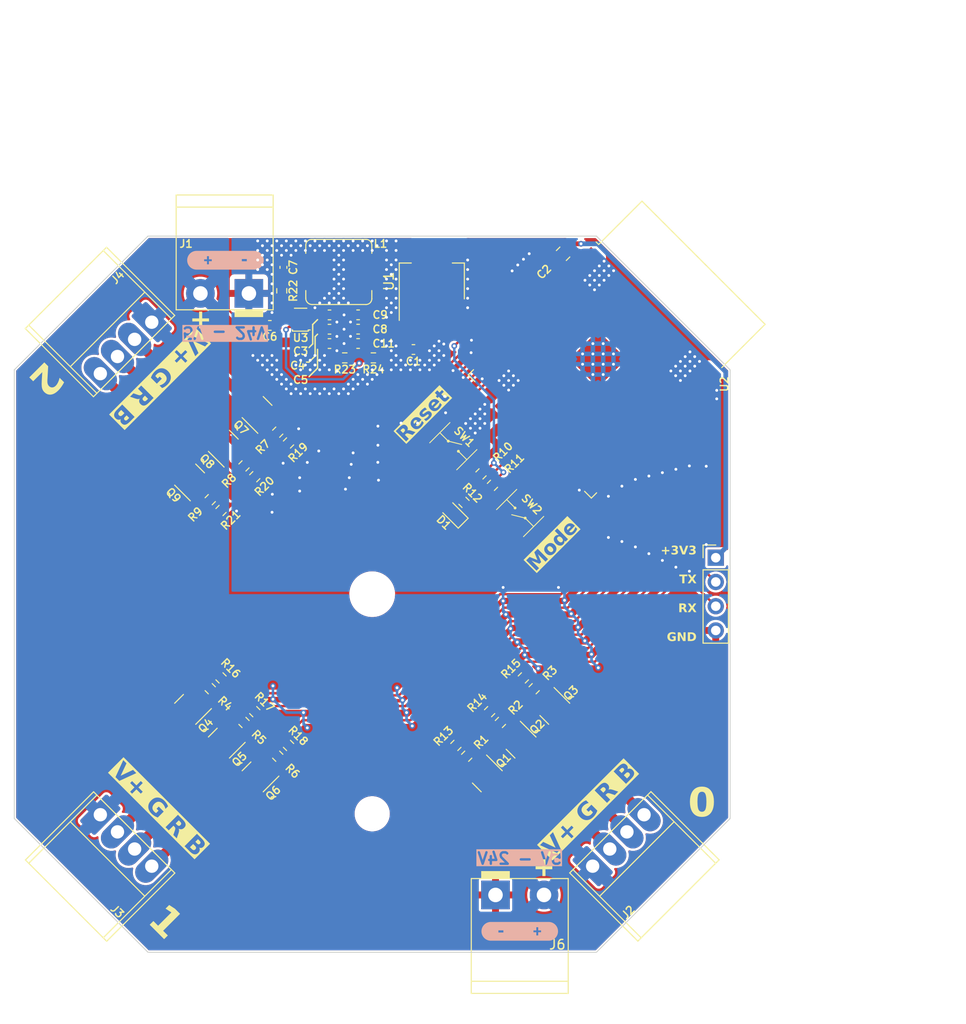
<source format=kicad_pcb>
(kicad_pcb (version 20240108) (generator "pcbnew") (generator_version "8.0")
  (title_block (comment 4 "PCBWay Project ID: e9f6238d-98d9-4db3-80f1-0186aa2e5226"))
  (layers (0 "F.Cu" signal) (31 "B.Cu" signal) (34 "B.Paste" user) (35 "F.Paste" user) (36 "B.SilkS" user "B.Silkscreen") (37 "F.SilkS" user "F.Silkscreen") (38 "B.Mask" user) (39 "F.Mask" user) (44 "Edge.Cuts" user))
  (net 0 "")
  (net 1 "VCC")
  (net 2 "GND")
  (net 3 "+3.3V")
  (net 4 "/ch0_2")
  (net 5 "/ch0_1")
  (net 6 "/ch0_0")
  (net 7 "/ch1_2")
  (net 8 "/ch1_1")
  (net 9 "/ch1_0")
  (net 10 "/ch2_2")
  (net 11 "/ch2_1")
  (net 12 "/ch2_0")
  (net 13 "Net-(D1-K)")
  (net 28 "LED")
  (net 29 "RX")
  (net 31 "TX")
  (net 32 "/EN")
  (net 33 "BOOT")
  (net 34 "Net-(Q1-G)")
  (net 35 "Net-(Q2-G)")
  (net 36 "Net-(Q3-G)")
  (net 37 "Net-(Q4-G)")
  (net 38 "Net-(Q5-G)")
  (net 39 "Net-(Q6-G)")
  (net 40 "Net-(Q7-G)")
  (net 41 "Net-(Q8-G)")
  (net 42 "Net-(Q9-G)")
  (net 43 "+5V")
  (net 49 "/ledc0")
  (net 50 "/ledc1")
  (net 51 "/ledc2")
  (net 52 "/ledc3")
  (net 53 "/ledc4")
  (net 54 "/ledc5")
  (net 55 "/ledc6")
  (net 56 "/ledc7")
  (net 57 "/ledc8")
  (net 60 "/SS")
  (net 61 "/BST_C")
  (net 62 "/SW")
  (net 63 "/BST")
  (net 64 "/FB")
  (footprint "Package_TO_SOT_SMD:SOT-23" (layer "F.Cu") (at 119.136076 112.065009 -45)
    (property "Reference" "Q3")
    (property "Value" "SSM3K329R")
  )
  (footprint "Resistor_SMD:R_0603_1608Metric" (layer "F.Cu") (at 83.029436 109.899496 135)
    (property "Reference" "R4")
    (property "Value" "100K")
  )
  (footprint "Connector_PinHeader_2.54mm:PinHeader_1x04_P2.54mm_Vertical" (layer "F.Cu") (at 135.999998 96.18)
    (property "Reference" "J5" (hide yes))
    (property "Value" "UART")
  )
  (footprint "Resistor_SMD:R_0603_1608Metric" (layer "F.Cu") (at 112.6 88.6 -135)
    (property "Reference" "R11")
    (property "Value" "10K")
  )
  (footprint "Resistor_SMD:R_0603_1608Metric" (layer "F.Cu") (at 90.100504 116.970562 135)
    (property "Reference" "R6")
    (property "Value" "100K")
  )
  (footprint "MountingHole:MountingHole_4.3mm_M4" (layer "F.Cu") (at 100 100 -45)
    (property "Reference" "H1" (hide yes))
    (property "Value" "M4")
  )
  (footprint "Resistor_SMD:R_0603_1608Metric" (layer "F.Cu") (at 87.696342 112.303658 -45)
    (property "Reference" "R17")
    (property "Value" "1K")
  )
  (footprint "Capacitor_SMD:C_0402_1005Metric" (layer "F.Cu") (at 90.7 65.77 90)
    (property "Reference" "C7")
    (property "Value" "0.1µF 25V X5R")
  )
  (footprint "RF_Module:ESP32-WROOM-32" (layer "F.Cu") (at 123.499999 76.499999 -45)
    (property "Reference" "U2")
    (property "Value" "ESP32-WROOM-32")
  )
  (footprint "Resistor_SMD:R_0603_1608Metric" (layer "F.Cu") (at 87.696342 87.696342 -135)
    (property "Reference" "R20")
    (property "Value" "1K")
  )
  (footprint "ENSADLED:PLUG_Terminal_01x04_2.54mm" (layer "F.Cu") (at 74.207441 125.792559 -45)
    (property "Reference" "J3")
    (property "Value" "STRIP_1")
  )
  (footprint "Resistor_SMD:R_0603_1608Metric" (layer "F.Cu") (at 86.56497 113.435028 135)
    (property "Reference" "R5")
    (property "Value" "100K")
  )
  (footprint "ENSADLED:PLUG_Terminal_01x04_2.54mm" (layer "F.Cu") (at 125.792559 125.792559 45)
    (property "Reference" "J2")
    (property "Value" "STRIP_0")
  )
  (footprint "ENSADLED:EVQQ2" (layer "F.Cu") (at 115.5 91.5 45)
    (property "Reference" "SW2")
    (property "Value" "SW_BOOT")
  )
  (footprint "Resistor_SMD:R_0603_1608Metric" (layer "F.Cu") (at 84.160808 108.768124 -45)
    (property "Reference" "R16")
    (property "Value" "1K")
  )
  (footprint "Resistor_SMD:R_0603_1608Metric" (layer "F.Cu") (at 90.525 68.223936 90)
    (property "Reference" "R22")
    (property "Value" "5R 5%")
  )
  (footprint "Package_TO_SOT_SMD:SOT-23" (layer "F.Cu") (at 112.065008 119.136077 -45)
    (property "Reference" "Q1")
    (property "Value" "SSM3K329R")
  )
  (footprint "Resistor_SMD:R_0603_1608Metric" (layer "F.Cu") (at 83.029436 90.100505 45)
    (property "Reference" "R9")
    (property "Value" "100K")
  )
  (footprint "ENSADLED:fiche_bornier-2_P5.08mm" (layer "F.Cu") (at 84.54 68.5 180)
    (property "Reference" "J1")
    (property "Value" "VIN")
  )
  (footprint "Package_TO_SOT_SMD:SOT-23" (layer "F.Cu") (at 80.863923 112.065009 -135)
    (property "Reference" "Q4")
    (property "Value" "SSM3K329R")
  )
  (footprint "LOGO" (layer "F.Cu") (at 72.33884 100.191818 -45)
    (property "Reference" "G***" (hide yes))
    (property "Value" "LOGO" (hide yes))
  )
  (footprint "Capacitor_SMD:C_0603_1608Metric" (layer "F.Cu") (at 98.525 73.743936 180)
    (property "Reference" "C11")
    (property "Value" "100nF 50V X7R")
  )
  (footprint "Package_TO_SOT_SMD:SOT-583-8" (layer "F.Cu") (at 92.5 71.25 180)
    (property "Reference" "U3")
    (property "Value" "TPS62933DRLR")
  )
  (footprint "ENSADLED:EVQQ2" (layer "F.Cu") (at 108.5 84.5 -135)
    (property "Reference" "SW1")
    (property "Value" "SW_RESET")
  )
  (footprint "Resistor_SMD:R_0603_1608Metric" (layer "F.Cu") (at 108.768123 115.839193 45)
    (property "Reference" "R13")
    (property "Value" "1K")
  )
  (footprint "Package_TO_SOT_SMD:SOT-223-3_TabPin2" (layer "F.Cu") (at 106.245 67.225 90)
    (property "Reference" "U1")
    (property "Value" "LDL1117-3.3")
  )
  (footprint "ENSADLED:fiche_bornier-2_P5.08mm" (layer "F.Cu") (at 115.46 131.5)
    (property "Reference" "J6")
    (property "Value" "VIN")
  )
  (footprint "Capacitor_SMD:C_0603_1608Metric" (layer "F.Cu") (at 98.525 70.743936 180)
    (property "Reference" "C9")
    (property "Value" "22µF 10V X5R")
  )
  (footprint "Resistor_SMD:R_0603_1608Metric" (layer "F.Cu") (at 91.231876 84.160808 -135)
    (property "Reference" "R19")
    (property "Value" "1K")
  )
  (footprint "Capacitor_SMD:C_0603_1608Metric" (layer "F.Cu") (at 98.525 72.243936 180)
    (property "Reference" "C8")
    (property "Value" "22µF 10V X5R")
  )
  (footprint "Resistor_SMD:R_0603_1608Metric" (layer "F.Cu") (at 116.970561 109.899495 -135)
    (property "Reference" "R3")
    (property "Value" "100K")
  )
  (footprint "MountingHole:MountingHole_3.2mm_M3" (layer "F.Cu") (at 100 123)
    (property "Reference" "H2" (hide yes))
    (property "Value" "PEG" (hide yes))
  )
  (footprint "Resistor_SMD:R_0603_1608Metric" (layer "F.Cu") (at 86.56497 86.564971 45)
    (property "Reference" "R8")
    (property "Value" "100K")
  )
  (footprint "Capacitor_SMD:C_0603_1608Metric" (layer "F.Cu") (at 95.525 73.75)
    (property "Reference" "C5")
    (property "Value" "100nF 50V X7R")
  )
  (footprint "Capacitor_SMD:C_0603_1608Metric" (layer "F.Cu") (at 104.32 74.375)
    (property "Reference" "C1")
    (property "Value" "1µF 5V")
  )
  (footprint "Resistor_SMD:R_0603_1608Metric" (layer "F.Cu") (at 112.303658 112.303658 45)
    (property "Reference" "R14")
    (property "Value" "1K")
  )
  (footprint "Resistor_SMD:R_0603_1608Metric" (layer "F.Cu") (at 90.100504 83.029437 45)
    (property "Reference" "R7")
    (property "Value" "100K")
  )
  (footprint "Resistor_SMD:R_0603_1608Metric" (layer "F.Cu") (at 100.125 75.25)
    (property "Reference" "R24")
    (property "Value" "52.3K 1%")
  )
  (footprint "Resistor_SMD:R_0603_1608Metric" (layer "F.Cu") (at 109.616651 90.383347 135)
    (property "Reference" "R12")
    (property "Value" "1K")
  )
  (footprint "Package_TO_SOT_SMD:SOT-23" (layer "F.Cu") (at 87.93499 80.863923 135)
    (property "Reference" "Q7")
    (property "Value" "SSM3K329R")
  )
  (footprint "Resistor_SMD:R_0603_1608Metric" (layer "F.Cu") (at 97.125 75.25 180)
    (property "Reference" "R23")
    (property "Value" "10K 1%")
  )
  (footprint "Capacitor_SMD:C_0603_1608Metric" (layer "F.Cu") (at 89.275 71.85 180)
    (property "Reference" "C6")
    (property "Value" "33nF 50V X7R")
  )
  (footprint "Package_TO_SOT_SMD:SOT-23" (layer "F.Cu") (at 87.93499 119.136076 -135)
    (property "Reference" "Q6")
    (property "Value" "SSM3K329R")
  )
  (footprint "Package_TO_SOT_SMD:SOT-23" (layer "F.Cu") (at 80.863922 87.934991 135)
    (property "Reference" "Q9")
    (property "Value" "SSM3K329R")
  )
  (footprint "Resistor_SMD:R_0603_1608Metric" (layer "F.Cu") (at 91.231876 115.839193 -45)
    (property "Reference" "R18")
    (property "Value" "1K")
  )
  (footprint "Resistor_SMD:R_0603_1608Metric" (layer "F.Cu") (at 115.83919 108.768124 45)
    (property "Reference" "R15")
    (property "Value" "1K")
  )
  (footprint "Package_TO_SOT_SMD:SOT-23" (layer "F.Cu") (at 84.399456 84.399457 135)
    (property "Reference" "Q8")
    (property "Value" "SSM3K329R")
  )
  (footprint "Resistor_SMD:R_0603_1608Metric" (layer "F.Cu") (at 113.435028 113.435028 -135)
    (property "Reference" "R2")
    (property "Value" "100K")
  )
  (footprint "ENSADLED:PLUG_Terminal_01x04_2.54mm" (layer "F.Cu") (at 74.207441 74.207441 -135)
    (property "Reference" "J4")
    (property "Value" "STRIP_2")
  )
  (footprint "Resistor_SMD:R_0603_1608Metric" (layer "F.Cu") (at 111.4 87.4 -135)
    (property "Reference" "R10")
    (property "Value" "10K")
  )
  (footprint "Resistor_SMD:R_0603_1608Metric" (layer "F.Cu") (at 109.899494 116.970562 -135)
    (property "Reference" "R1")
    (property "Value" "100K")
  )
  (footprint "Capacitor_SMD:C_0603_1608Metric" (layer "F.Cu") (at 95.525 70.75)
    (property "Reference" "C3")
    (property "Value" "10µF 35V X5R")
  )
  (footprint "Resistor_SMD:R_0603_1608Metric" (layer "F.Cu") (at 84.160807 91.231877 -135)
    (property "Reference" "R21")
    (property "Value" "1K")
  )
  (footprint "Package_TO_SOT_SMD:SOT-23" (layer "F.Cu") (at 115.600542 115.600543 -45)
    (property "Reference" "Q2")
    (property "Value" "SSM3K329R")
  )
  (footprint "Inductor_SMD:L_Bourns_SRP7028A_7.3x6.6mm" (layer "F.Cu") (at 96.5 66.25)
    (property "Reference" "L1")
    (property "Value" "6.8µH")
  )
  (footprint "LED_SMD:LED_0603_1608Metric" (layer "F.Cu") (at 108.485281 91.514719 135)
    (property "Reference" "D1")
    (property "Value" "USER LED BLUE")
  )
  (footprint "Package_TO_SOT_SMD:SOT-23" (layer "F.Cu") (at 84.399456 115.600542 -135)
    (property "Reference" "Q5")
    (property "Value" "SSM3K329R")
  )
  (footprint "Capacitor_SMD:C_0805_2012Metric" (layer "F.Cu") (at 120.001751 64.348249 45)
    (property "Reference" "C2")
    (property "Value" "22µF")
  )
  (footprint "Capacitor_SMD:C_0603_1608Metric" (layer "F.Cu") (at 95.525 72.25)
    (property "Reference" "C4")
    (property "Value" "10µF 35V X5R")
  )
  (footprint "kibuzzard-63B86E3D" (layer "B.Cu") (at 84.625 65.025)
    (property "Reference" "kibuzzard-63B86E3D" (hide yes))
    (property "Value" "G***" (hide yes))
  )
  (footprint "kibuzzard-63B86E3D" (layer "B.Cu") (at 115.46 135.31 180)
    (property "Reference" "kibuzzard-63B86E3D" (hide yes))
    (property "Value" "G***" (hide yes))
  )
  (gr_line (start 93.764 71.755) (end 94.272 71.247) (stroke (width 0.15)) (layer "F.SilkS"))
  (gr_line (start 94.018 75.057) (end 94.018 73.025) (stroke (width 0.15)) (layer "F.SilkS"))
  (gr_line (start 93.383 75.692) (end 93.115 75.693936) (stroke (width 0.15)) (layer "F.SilkS"))
  (gr_line (start 93.383 77.216) (end 94.272 76.327) (stroke (width 0.15)) (layer "F.SilkS"))
  (gr_line (start 93.764 73.787) (end 93.764 71.755) (stroke (width 0.15)) (layer "F.SilkS"))
  (gr_poly (pts (xy 114.42 129.799999) (xy 111.42 129.8) (xy 111.42 129) (xy 114.42 129)) (fill solid) (layer "F.SilkS"))
  (gr_line (start 93.383 75.692) (end 94.018 75.057) (stroke (width 0.15)) (layer "F.SilkS"))
  (gr_line (start 94.272 76.327) (end 94.272 74.3585) (stroke (width 0.15)) (layer "F.SilkS"))
  (gr_line (start 94.018 73.025) (end 94.272 72.771) (stroke (width 0.15)) (layer "F.SilkS"))
  (gr_rect (start 85.575 70.175) (end 88.575 70.975) (fill solid) (layer "F.SilkS"))
  (gr_line (start 93.383 74.168) (end 93.764 73.787) (stroke (width 0.15)) (layer "F.SilkS"))
  (gr_line (start 94.272 76.327) (end 94.272 76.327) (stroke (width 0.15)) (layer "F.SilkS"))
  (gr_line (start 123.499999 62.499999) (end 76.499998 62.5) (stroke (width 0.1)) (layer "Edge.Cuts"))
  (gr_line (start 76.499998 62.5) (end 62.499999 76.499999) (stroke (width 0.1)) (layer "Edge.Cuts"))
  (gr_line (start 137.499999 76.499999) (end 123.499999 62.499999) (stroke (width 0.1)) (layer "Edge.Cuts"))
  (gr_line (start 76.499998 137.5) (end 123.499999 137.5) (stroke (width 0.1)) (layer "Edge.Cuts"))
  (gr_line (start 62.499998 123.5) (end 76.499998 137.5) (stroke (width 0.1)) (layer "Edge.Cuts"))
  (gr_line (start 62.499999 76.499999) (end 62.499998 123.5) (stroke (width 0.1)) (layer "Edge.Cuts"))
  (gr_line (start 137.499999 123.5) (end 137.499999 76.499999) (stroke (width 0.1)) (layer "Edge.Cuts"))
  (gr_line (start 123.499999 137.5) (end 137.499999 123.5) (stroke (width 0.1)) (layer "Edge.Cuts"))
  (gr_text "202309" (at 106.999998 133.8 0) (layer "F.Cu") (effects (font (size 1 1) (thickness 0.19) (bold yes)) (justify right)))
  (gr_text "5V - 24V" (at 84.54 72.6 180) (layer "B.SilkS" knockout) (effects (font (size 1.2 1.2) (thickness 0.25) (bold yes)) (justify mirror)))
  (gr_text "5V - 24V" (at 115.46 127.69 0) (layer "B.SilkS" knockout) (effects (font (size 1.2 1.2) (thickness 0.25) (bold yes)) (justify mirror)))
  (gr_text "V+ G R B" (at 77.6 122.6 315) (layer "F.SilkS" knockout) (effects (font (size 1.8 1.8) (thickness 0.36) (bold yes))))
  (gr_text "+3V3\n\nTX\n\nRX\n\nGND" (at 133.999998 100.000001 0) (layer "F.SilkS") (effects (font (size 0.9 0.9) (thickness 0.16) (bold yes)) (justify right)))
  (gr_text "V+ G R B" (at 122.8 122.6 45) (layer "F.SilkS" knockout) (effects (font (size 1.8 1.8) (thickness 0.36) (bold yes))))
  (gr_text "0" (at 134.55 122.025 0) (layer "F.SilkS") (effects (font (size 3 3) (thickness 0.6) (bold yes))))
  (gr_text "Mode" (at 118.925 94.95 45) (layer "F.SilkS" knockout) (effects (font (size 1.5 1.5) (thickness 0.2) (bold yes))))
  (gr_text "V+ G R B" (at 77.6 77.4 -135) (layer "F.SilkS" knockout) (effects (font (size 1.8 1.8) (thickness 0.36) (bold yes))))
  (gr_text "+" (at 117.995 128.6 180) (layer "F.SilkS") (effects (font (size 2 2) (thickness 0.2) (bold yes))))
  (gr_text "+" (at 82.025 71.325 0) (layer "F.SilkS") (effects (font (size 2 2) (thickness 0.2) (bold yes))))
  (gr_text "Reset" (at 105.35 81.325 45) (layer "F.SilkS" knockout) (effects (font (size 1.5 1.5) (thickness 0.2) (bold yes))))
  (gr_text "2" (at 65.725 77.4 -135) (layer "F.SilkS") (effects (font (size 3 3) (thickness 0.6) (bold yes))))
  (gr_text "1" (at 78.25 134.425 -45) (layer "F.SilkS") (effects (font (size 3 3) (thickness 0.6) (bold yes))))
  (segment (start 87.125736 73.625736) (end 94.625736 73.625736) (width 1) (layer "F.Cu") (net 1))
  (segment (start 82 68.5) (end 87.125736 73.625736) (width 1) (layer "F.Cu") (net 1))
  (segment (start 88.5 71.85) (end 87.08 71.85) (width 0.25) (layer "F.Cu") (net 2))
  (segment (start 87.08 71.85) (end 87.08 68.5) (width 0.25) (layer "F.Cu") (net 2))
  (via (at 102 76.5) (size 0.6) (drill 0.3) (layers "F.Cu" "B.Cu") (net 2))
  (via (at 97 78.5) (size 0.6) (drill 0.3) (layers "F.Cu" "B.Cu") (net 2))
  (via (at 95.5 69.5) (size 0.6) (drill 0.3) (layers "F.Cu" "B.Cu") (net 2))
  (via (at 102 75.5) (size 0.6) (drill 0.3) (layers "F.Cu" "B.Cu") (net 2))
  (via (at 97.5 63.5) (size 0.6) (drill 0.3) (layers "F.Cu" "B.Cu") (net 2))
  (via (at 102.5 75) (size 0.6) (drill 0.3) (layers "F.Cu" "B.Cu") (net 2))
  (via (at 106.5 75) (size 0.6) (drill 0.3) (layers "F.Cu" "B.Cu") (net 2))
  (via (at 107.5 73.8) (size 0.6) (drill 0.3) (layers "F.Cu" "B.Cu") (net 2))
  (via (at 111.795 80.12) (size 0.6) (drill 0.3) (layers "F.Cu" "B.Cu") (net 2))
  (via (at 95.5 79) (size 0.6) (drill 0.3) (layers "F.Cu" "B.Cu") (net 2))
  (via (at 100.59 86.19) (size 0.6) (drill 0.3) (layers "F.Cu" "B.Cu") (net 2))
  (via (at 100.66 88.06) (size 0.6) (drill 0.3) (layers "F.Cu" "B.Cu") (net 2))
  (via (at 100.5 63.5) (size 0.6) (drill 0.3) (layers "F.Cu" "B.Cu") (net 2))
  (via (at 104.2 113.8) (size 0.6) (drill 0.3) (layers "F.Cu" "B.Cu") (net 2))
  (via (at 115.85 64.92) (size 0.6) (drill 0.3) (layers "F.Cu" "B.Cu") (net 2))
  (via (at 124.748736 89.746951) (size 0.6) (drill 0.3) (layers "F.Cu" "B.Cu") (net 2))
  (via (at 88 65) (size 0.6) (drill 0.3) (layers "F.Cu" "B.Cu") (net 2))
  (via (at 89 76.5) (size 0.6) (drill 0.3) (layers "F.Cu" "B.Cu") (net 2))
  (via (at 109.795 82.12) (size 0.6) (drill 0.3) (layers "F.Cu" "B.Cu") (net 2))
  (via (at 132.795 75.12) (size 0.6) (drill 0.3) (layers "F.Cu" "B.Cu") (net 2))
  (via (at 114.295 76.62) (size 0.6) (drill 0.3) (layers "F.Cu" "B.Cu") (net 2))
  (via (at 101 73.5) (size 0.6) (drill 0.3) (layers "F.Cu" "B.Cu") (net 2))
  (via (at 93 64) (size 0.6) (drill 0.3) (layers "F.Cu" "B.Cu") (net 2))
  (via (at 101.5 65) (size 0.6) (drill 0.3) (layers "F.Cu" "B.Cu") (net 2))
  (via (at 98.5 63.5) (size 0.6) (drill 0.3) (layers "F.Cu" "B.Cu") (net 2))
  (via (at 110.4 73.4) (size 0.6) (drill 0.3) (layers "F.Cu" "B.Cu") (net 2))
  (via (at 103.6 112.4) (size 0.6) (drill 0.3) (layers "F.Cu" "B.Cu") (net 2))
  (via (at 97.6 87.8) (size 0.6) (drill 0.3) (layers "F.Cu" "B.Cu") (net 2))
  (via (at 110.295 82.62) (size 0.6) (drill 0.3) (layers "F.Cu" "B.Cu") (net 2))
  (via (at 94.5 75.5) (size 0.6) (drill 0.3) (layers "F.Cu" "B.Cu") (net 2))
  (via (at 89.5 76) (size 0.6) (drill 0.3) (layers "F.Cu" "B.Cu") (net 2))
  (via (at 92.4 87.8) (size 0.6) (drill 0.3) (layers "F.Cu" "B.Cu") (net 2))
  (via (at 124.295 67.12) (size 0.6) (drill 0.3) (layers "F.Cu" "B.Cu") (net 2))
  (via (at 111.795 82.12) (size 0.6) (drill 0.3) (layers "F.Cu" "B.Cu") (net 2))
  (via (at 110.795 82.12) (size 0.6) (drill 0.3) (layers "F.Cu" "B.Cu") (net 2))
  (via (at 126.162951 94.484567) (size 0.6) (drill 0.3) (layers "F.Cu" "B.Cu") (net 2))
  (via (at 133.295 75.62) (size 0.6) (drill 0.3) (layers "F.Cu" "B.Cu") (net 2))
  (via (at 101.5 68) (size 0.6) (drill 0.3) (layers "F.Cu" "B.Cu") (net 2))
  (via (at 97.5 69.5) (size 0.6) (drill 0.3) (layers "F.Cu" "B.Cu") (net 2))
  (via (at 92 75) (size 0.6) (drill 0.3) (layers "F.Cu" "B.Cu") (net 2))
  (via (at 96 67) (size 0.6) (drill 0.3) (layers "F.Cu" "B.Cu") (net 2))
  (via (at 134.999999 86.6) (size 0.6) (drill 0.3) (layers "F.Cu" "B.Cu") (net 2))
  (via (at 114.495688 103.606244) (size 0.6) (drill 0.3) (layers "F.Cu" "B.Cu") (net 2))
  (via (at 89 66) (size 0.6) (drill 0.3) (layers "F.Cu" "B.Cu") (net 2))
  (via (at 110.295 81.62) (size 0.6) (drill 0.3) (layers "F.Cu" "B.Cu") (net 2))
  (via (at 130.40559 87.272078) (size 0.6) (drill 0.3) (layers "F.Cu" "B.Cu") (net 2))
  (via (at 95 69) (size 0.6) (drill 0.3) (layers "F.Cu" "B.Cu") (net 2))
  (via (at 92.5 75.5) (size 0.6) (drill 0.3) (layers "F.Cu" "B.Cu") (net 2))
  (via (at 136.1 79.54) (size 0.6) (drill 0.3) (layers "F.Cu" "B.Cu") (net 2))
  (via (at 100 63) (size 0.6) (drill 0.3) (layers "F.Cu" "B.Cu") (net 2))
  (via (at 111.295 82.62) (size 0.6) (drill 0.3) (layers "F.Cu" "B.Cu") (net 2))
  (via (at 95.5 63.5) (size 0.6) (drill 0.3) (layers "F.Cu" "B.Cu") (net 2))
  (via (at 132.295 76.62) (size 0.6) (drill 0.3) (layers "F.Cu" "B.Cu") (net 2))
  (via (at 131.295 76.62) (size 0.6) (drill 0.3) (layers "F.Cu" "B.Cu") (net 2))
  (via (at 99.5 78) (size 0.6) (drill 0.3) (layers "F.Cu" "B.Cu") (net 2))
  (via (at 120.152542 100.636396) (size 0.6) (drill 0.3) (layers "F.Cu" "B.Cu") (net 2))
  (via (at 97.05 73.75) (size 0.6) (drill 0.3) (layers "F.Cu" "B.Cu") (net 2))
  (via (at 94 64) (size 0.6) (drill 0.3) (layers "F.Cu" "B.Cu") (net 2))
  (via (at 89 63) (size 0.6) (drill 0.3) (layers "F.Cu" "B.Cu") (net 2))
  (via (at 96.5 68.5) (size 0.6) (drill 0.3) (layers "F.Cu" "B.Cu") (net 2))
  (via (at 102.5 68) (size 0.6) (drill 0.3) (layers "F.Cu" "B.Cu") (net 2))
  (via (at 102.5 66) (size 0.6) (drill 0.3) (layers "F.Cu" "B.Cu") (net 2))
  (via (at 98 78.5) (size 0.6) (drill 0.3) (layers "F.Cu" "B.Cu") (net 2))
  (via (at 115.295 77.62) (size 0.6) (drill 0.3) (layers "F.Cu" "B.Cu") (net 2))
  (via (at 102.5 64) (size 0.6) (drill 0.3) (layers "F.Cu" "B.Cu") (net 2))
  (via (at 93.5 79) (size 0.6) (drill 0.3) (layers "F.Cu" "B.Cu") (net 2))
  (via (at 104 75.5) (size 0.6) (drill 0.3) (layers "F.Cu" "B.Cu") (net 2))
  (via (at 124.795 65.62) (size 0.6) (drill 0.3) (layers "F.Cu" "B.Cu") (net 2))
  (via (at 94 78.5) (size 0.6) (drill 0.3) (layers "F.Cu" "B.Cu") (net 2))
  (via (at 111.525 77.443936) (size 0.6) (drill 0.3) (layers "F.Cu" "B.Cu") (net 2))
  (via (at 123.795 66.62) (size 0.6) (drill 0.3) (layers "F.Cu" "B.Cu") (net 2))
  (via (at 90 77.5) (size 0.6) (drill 0.3) (layers "F.Cu" "B.Cu") (net 2))
  (via (at 114.000713 102.12132) (size 0.6) (drill 0.3) (layers "F.Cu" "B.Cu") (net 2))
  (via (at 94 75) (size 0.6) (drill 0.3) (layers "F.Cu" "B.Cu") (net 2))
  (via (at 97 69) (size 0.6) (drill 0.3) (layers "F.Cu" "B.Cu") (net 2))
  (via (at 96.5 63.5) (size 0.6) (drill 0.3) (layers "F.Cu" "B.Cu") (net 2))
  (via (at 89.505 91.42) (size 0.6) (drill 0.3) (layers "F.Cu" "B.Cu") (net 2))
  (via (at 132.295 75.62) (size 0.6) (drill 0.3) (layers "F.Cu" "B.Cu") (net 2))
  (via (at 94.5 69.5) (size 0.6) (drill 0.3) (layers "F.Cu" "B.Cu") (net 2))
  (via (at 88.5 65.5) (size 0.6) (drill 0.3) (layers "F.Cu" "B.Cu") (net 2))
  (via (at 106.5 74) (size 0.6) (drill 0.3) (layers "F.Cu" "B.Cu") (net 2))
  (via (at 95.5 76.5) (size 0.6) (drill 0.3) (layers "F.Cu" "B.Cu") (net 2))
  (via (at 115.980612 106.363962) (size 0.6) (drill 0.3) (layers "F.Cu" "B.Cu") (net 2))
  (via (at 101 76.5) (size 0.6) (drill 0.3) (layers "F.Cu" "B.Cu") (net 2))
  (via (at 89.5 63.5) (size 0.6) (drill 0.3) (layers "F.Cu" "B.Cu") (net 2))
  (via (at 115.25 65.52) (size 0.6) (drill 0.3) (layers "F.Cu" "B.Cu") (net 2))
  (via (at 111.295 80.62) (size 0.6) (drill 0.3) (layers "F.Cu" "B.Cu") (net 2))
  (via (at 95 63) (size 0.6) (drill 0.3) (layers "F.Cu" "B.Cu") (net 2))
  (via (at 102.5 67) (size 0.6) (drill 0.3) (layers "F.Cu" "B.Cu") (net 2))
  (via (at 99.5 77) (size 0.6) (drill 0.3) (layers "F.Cu" "B.Cu") (net 2))
  (via (at 126.16295 88.686291) (size 0.6) (drill 0.3) (layers "F.Cu" "B.Cu") (net 2))
  (via (at 102.5 63) (size 0.6) (drill 0.3) (layers "F.Cu" "B.Cu") (net 2))
  (via (at 88.5 64.5) (size 0.6) (drill 0.3) (layers "F.Cu" "B.Cu") (net 2))
  (via (at 88 64) (size 0.6) (drill 0.3) (layers "F.Cu" "B.Cu") (net 2))
  (via (at 106.5 76) (size 0.6) (drill 0.3) (layers "F.Cu" "B.Cu") (net 2))
  (via (at 101.5 66) (size 0.6) (drill 0.3) (layers "F.Cu" "B.Cu") (net 2))
  (via (at 132.795 77.12) (size 0.6) (drill 0.3) (layers "F.Cu" "B.Cu") (net 2))
  (via (at 94.5 79) (size 0.6) (drill 0.3) (layers "F.Cu" "B.Cu") (net 2))
  (via (at 93 75) (size 0.6) (drill 0.3) (layers "F.Cu" "B.Cu") (net 2))
  (via (at 92.8 112.4) (size 0.6) (drill 0.3) (layers "F.Cu" "B.Cu") (net 2))
  (via (at 99 63) (size 0.6) (drill 0.3) (layers "F.Cu" "B.Cu") (net 2))
  (via (at 100.5 77) (size 0.6) (drill 0.3) (layers "F.Cu" "B.Cu") (net 2))
  (via (at 105 75.5) (size 0.6) (drill 0.3) (layers "F.Cu" "B.Cu") (net 2))
  (via (at 109.53488 77.301942) (size 0.6) (drill 0.3) (layers "F.Cu" "B.Cu") (net 2))
  (via (at 91.5 63.5) (size 0.6) (drill 0.3) (layers "F.Cu" "B.Cu") (net 2))
  (via (at 93.2 86.2) (size 0.6) (drill 0.3) (layers "F.Cu" "B.Cu") (net 2))
  (via (at 93 78.5) (size 0.6) (drill 0.3) (layers "F.Cu" "B.Cu") (net 2))
  (via (at 92.5 63.5) (size 0.6) (drill 0.3) (layers "F.Cu" "B.Cu") (net 2))
  (via (at 90.66619 86.282129) (size 0.6) (drill 0.3) (layers "F.Cu" "B.Cu") (net 2))
  (via (at 96.5 79) (size 0.6) (drill 0.3) (layers "F.Cu" "B.Cu") (net 2))
  (via (at 85.785 91.29) (size 0.6) (drill 0.3) (layers "F.Cu" "B.Cu") (net 2))
  (via (at 136.1 78.65) (size 0.6) (drill 0.3) (layers "F.Cu" "B.Cu") (net 2))
  (via (at 101.5 71) (size 0.6) (drill 0.3) (layers "F.Cu" "B.Cu") (net 2))
  (via (at 124.295 66.12) (size 0.6) (drill 0.3) (layers "F.Cu" "B.Cu") (net 2))
  (via (at 111.795 81.12) (size 0.6) (drill 0.3) (layers "F.Cu" "B.Cu") (net 2))
  (via (at 92.5 79) (size 0.6) (drill 0.3) (layers "F.Cu" "B.Cu") (net 2))
  (via (at 104 76.5) (size 0.6) (drill 0.3) (layers "F.Cu" "B.Cu") (net 2))
  (via (at 90 64) (size 0.6) (drill 0.3) (layers "F.Cu" "B.Cu") (net 2))
  (via (at 122.795 67.62) (size 0.6) (drill 0.3) (layers "F.Cu" "B.Cu") (net 2))
  (via (at 107.5 75) (size 0.6) (drill 0.3) (layers "F.Cu" "B.Cu") (net 2))
  (via (at 123.795 65.62) (size 0.6) (drill 0.3) (layers "F.Cu" "B.Cu") (net 2))
  (via (at 114.795 77.12) (size 0.6) (drill 0.3) (layers "F.Cu" "B.Cu") (net 2))
  (via (at 133.234017 86.564971) (size 0.6) (drill 0.3) (layers "F.Cu" "B.Cu") (net 2))
  (via (at 90 76.5) (size 0.6) (drill 0.3) (layers "F.Cu" "B.Cu") (net 2))
  (via (at 102 66.5) (size 0.6) (drill 0.3) (layers "F.Cu" "B.Cu") (net 2))
  (via (at 88.5 76) (size 0.6) (drill 0.3) (layers "F.Cu" "B.Cu") (net 2))
  (via (at 123.295 66.12) (size 0.6) (drill 0.3) (layers "F.Cu" "B.Cu") (net 2))
  (via (at 88 66) (size 0.6) (drill 0.3) (layers "F.Cu" "B.Cu") (net 2))
  (via (at 97 67) (size 0.6) (drill 0.3) (layers "F.Cu" "B.Cu") (net 2))
  (via (at 100.6 84.4) (size 0.6) (drill 0.3) (layers "F.Cu" "B.Cu") (net 2))
  (via (at 127.577164 87.979185) (size 0.6) (drill 0.3) (layers "F.Cu" "B.Cu") (net 2))
  (via (at 99 64) (size 0.6) (drill 0.3) (layers "F.Cu" "B.Cu") (net 2))
  (via (at 95 75) (size 0.6) (drill 0.3) (layers "F.Cu" "B.Cu") (net 2))
  (via (at 93.5 75.5) (size 0.6) (drill 0.3) (layers "F.Cu" "B.Cu") (net 2))
  (via (at 102.6 109.8) (size 0.6) (drill 0.3) (layers "F.Cu" "B.Cu") (net 2))
  (via (at 105 76.5) (size 0.6) (drill 0.3) (layers "F.Cu" "B.Cu") (net 2))
  (via (at 89.5 75) (size 0.6) (drill 0.3) (layers "F.Cu" "B.Cu") (net 2))
  (via (at 106 74.5) (size 0.6) (drill 0.3) (layers "F.Cu" "B.Cu") (net 2))
  (via (at 97 68) (size 0.6) (drill 0.3) (layers "F.Cu" "B.Cu") (net 2))
  (via (at 106 75.5) (size 0.6) (drill 0.3) (layers "F.Cu" "B.Cu") (net 2))
  (via (at 123.688076 107.707465) (size 0.6) (drill 0.3) (layers "F.Cu" "B.Cu") (net 2))
  (via (at 114.795 78.12) (size 0.6) (drill 0.3) (layers "F.Cu" "B.Cu") (net 2))
  (via (at 102.5 74) (size 0.6) (drill 0.3) (layers "F.Cu" "B.Cu") (net 2))
  (via (at 102 69.5) (size 0.6) (drill 0.3) (layers "F.Cu" "B.Cu") (net 2))
  (via (at 95 76) (size 0.6) (drill 0.3) (layers "F.Cu" "B.Cu") (net 2))
  (via (at 96.5 69.5) (size 0.6) (drill 0.3) (layers "F.Cu" "B.Cu") (net 2))
  (via (at 130.40559 96.464466) (size 0.6) (drill 0.3) (layers "F.Cu" "B.Cu") (net 2))
  (via (at 94.5 63.5) (size 0.6) (drill 0.3) (layers "F.Cu" "B.Cu") (net 2))
  (via (at 98 64) (size 0.6) (drill 0.3) (layers "F.Cu" "B.Cu") (net 2))
  (via (at 100.6 82.4) (size 0.6) (drill 0.3) (layers "F.Cu" "B.Cu") (net 2))
  (via (at 91 63) (size 0.6) (drill 0.3) (layers "F.Cu" "B.Cu") (net 2))
  (via (at 93.2 114) (size 0.6) (drill 0.3) (layers "F.Cu" "B.Cu") (net 2))
  (via (at 104.75 82.08) (size 0.6) (drill 0.3) (layers "F.Cu" "B.Cu") (net 2))
  (via (at 91.5 78) (size 0.6) (drill 0.3) (layers "F.Cu" "B.Cu") (net 2))
  (via (at 103 76.5) (size 0.6) (drill 0.3) (layers "F.Cu" "B.Cu") (net 2))
  (via (at 110 65) (size 0.6) (drill 0.3) (layers "F.Cu" "B.Cu") (net 2))
  (via (at 106 76.5) (size 0.6) (drill 0.3) (layers "F.Cu" "B.Cu") (net 2))
  (via (at 93 63) (size 0.6) (drill 0.3) (layers "F.Cu" "B.Cu") (net 2))
  (via (at 131.819804 86.918524) (size 0.6) (drill 0.3) (layers "F.Cu" "B.Cu") (net 2))
  (via (at 111.295 81.62) (size 0.6) (drill 0.3) (layers "F.Cu" "B.Cu") (net 2))
  (via (at 122.295 67.12) (size 0.6) (drill 0.3) (layers "F.Cu" "B.Cu") (net 2))
  (via (at 89.5 77) (size 0.6) (drill 0.3) (layers "F.Cu" "B.Cu") (net 2))
  (via (at 110.795 81.12) (size 0.6) (drill 0.3) (layers "F.Cu" "B.Cu") (net 2))
  (via (at 131.819804 97.171574) (size 0.6) (drill 0.3) (layers "F.Cu" "B.Cu") (net 2))
  (via (at 110 66) (size 0.6) (drill 0.3) (layers "F.Cu" "B.Cu") (net 2))
  (via (at 97 63) (size 0.6) (drill 0.3) (layers "F.Cu" "B.Cu") (net 2))
  (via (at 108.47 76.58) (size 0.6) (drill 0.3) (layers "F.Cu" "B.Cu") (net 2))
  (via (at 97 65) (size 0.6) (drill 0.3) (layers "F.Cu" "B.Cu") (net 2))
  (via (at 110 70) (size 0.6) (drill 0.3) (layers "F.Cu" "B.Cu") (net 2))
  (via (at 88.5 75) (size 0.6) (drill 0.3) (layers "F.Cu" "B.Cu") (net 2))
  (via (at 89.5 68.5) (size 0.6) (drill 0.3) (layers "F.Cu" "B.Cu") (net 2))
  (via (at 87.5 75) (size 0.6) (drill 0.3) (layers "F.Cu" "B.Cu") (net 2))
  (via (at 102 65.5) (size 0.6) (drill 0.3) (layers "F.Cu" "B.Cu") (net 2))
  (via (at 116.45 64.34) (size 0.6) (drill 0.3) (layers "F.Cu" "B.Cu") (net 2))
  (via (at 101.5 74) (size 0.6) (drill 0.3) (layers "F.Cu" "B.Cu") (net 2))
  (via (at 110 69) (size 0.6) (drill 0.3) (layers "F.Cu" "B.Cu") (net 2))
  (via (at 102.5 65) (size 0.6) (drill 0.3) (layers "F.Cu" "B.Cu") (net 2))
  (via (at 113.717871 100.707106) (size 0.6) (drill 0.3) (layers "F.Cu" "B.Cu") (net 2))
  (via (at 96 68) (size 0.6) (drill 0.3) (layers "F.Cu" "B.Cu") (net 2))
  (via (at 107 74.5) (size 0.6) (drill 0.3) (layers "F.Cu" "B.Cu") (net 2))
  (via (at 123.295 68.12) (size 0.6) (drill 0.3) (layers "F.Cu" "B.Cu") (net 2))
  (via (at 90 63) (size 0.6) (drill 0.3) (layers "F.Cu" "B.Cu") (net 2))
  (via (at 92 63) (size 0.6) (drill 0.3) (layers "F.Cu" "B.Cu") (net 2))
  (via (at 89.5 64.5) (size 0.6) (drill 0.3) (layers "F.Cu" "B.Cu") (net 2))
  (via (at 97.2 89) (size 0.6) (drill 0.3) (layers "F.Cu" "B.Cu") (net 2))
  (via (at 110 68) (size 0.6) (drill 0.3) (layers "F.Cu" "B.Cu") (net 2))
  (via (at 88 63) (size 0.6) (drill 0.3) (layers "F.Cu" "B.Cu") (net 2))
  (via (at 102 73.5) (size 0.6) (drill 0.3) (layers "F.Cu" "B.Cu") (net 2))
  (via (at 102.5 70) (size 0.6) (drill 0.3) (layers "F.Cu" "B.Cu") (net 2))
  (via (at 102.5 69) (size 0.6) (drill 0.3) (layers "F.Cu" "B.Cu") (net 2))
  (via (at 133.234017 97.595837) (size 0.6) (drill 0.3) (layers "F.Cu" "B.Cu") (net 2))
  (via (at 97.725 72.993936) (size 0.6) (drill 0.3) (layers "F.Cu" "B.Cu") (net 2))
  (via (at 99.5 63.5) (size 0.6) (drill 0.3) (layers "F.Cu" "B.Cu") (net 2))
  (via (at 96.3 76.65) (size 0.6) (drill 0.3) (layers "F.Cu" "B.Cu") (net 2))
  (via (at 97.725 71.493936) (size 0.6) (drill 0.3) (layers "F.Cu" "B.Cu") (net 2))
  (via (at 99 77.5) (size 0.6) (drill 0.3) (layers "F.Cu" "B.Cu") (net 2))
  (via (at 131.795 76.12) (size 0.6) (drill 0.3) (layers "F.Cu" "B.Cu") (net 2))
  (via (at 107 73.5) (size 0.6) (drill 0.3) (layers "F.Cu" "B.Cu") (net 2))
  (via (at 96 63) (size 0.6) (drill 0.3) (layers "F.Cu" "B.Cu") (net 2))
  (via (at 122.795 66.62) (size 0.6) (drill 0.3) (layers "F.Cu" "B.Cu") (net 2))
  (via (at 103.5 76) (size 0.6) (drill 0.3) (layers "F.Cu" "B.Cu") (net 2))
  (via (at 107.69 81) (size 0.6) (drill 0.3) (layers "F.Cu" "B.Cu") (net 2))
  (via (at 89.534819 89.53482) (size 0.6) (drill 0.3) (layers "F.Cu" "B.Cu") (net 2))
  (via (at 132.795 76.12) (size 0.6) (drill 0.3) (layers "F.Cu" "B.Cu") (net 2))
  (via (at 113.795 78.12) (size 0.6) (drill 0.3) (layers "F.Cu" "B.Cu") (net 2))
  (via (at 90.5 63.5) (size 0.6) (drill 0.3) (layers "F.Cu" "B.Cu") (net 2))
  (via (at 94.5 76.5) (size 0.6) (drill 0.3) (layers "F.Cu" "B.Cu") (net 2))
  (via (at 95.5 68.5) (size 0.6) (drill 0.3) (layers "F.Cu" "B.Cu") (net 2))
  (via (at 121.7 89.1) (size 0.6) (drill 0.3) (layers "F.Cu" "B.Cu") (net 2))
  (via (at 128.991377 87.625631) (size 0.6) (drill 0.3) (layers "F.Cu" "B.Cu") (net 2))
  (via (at 117.394825 107.778175) (size 0.6) (drill 0.3) (layers "F.Cu" "B.Cu") (net 2))
  (via (at 107 75.5) (size 0.6) (drill 0.3) (layers "F.Cu" "B.Cu") (net 2))
  (via (at 122.980971 106.293251) (size 0.6) (drill 0.3) (layers "F.Cu" "B.Cu") (net 2))
  (via (at 121.566755 103.464823) (size 0.6) (drill 0.3) (layers "F.Cu" "B.Cu") (net 2))
  (via (at 89 65) (size 0.6) (drill 0.3) (layers "F.Cu" "B.Cu") (net 2))
  (via (at 96 66) (size 0.6) (drill 0.3) (layers "F.Cu" "B.Cu") (net 2))
  (via (at 88.5 63.5) (size 0.6) (drill 0.3) (layers "F.Cu" "B.Cu") (net 2))
  (via (at 100 77.5) (size 0.6) (drill 0.3) (layers "F.Cu" "B.Cu") (net 2))
  (via (at 89.6 109.6) (size 0.6) (drill 0.3) (layers "F.Cu" "B.Cu") (net 2))
  (via (at 101.5 63) (size 0.6) (drill 0.3) (layers "F.Cu" "B.Cu") (net 2))
  (via (at 113.71787 99.292893) (size 0.6) (drill 0.3) (layers "F.Cu" "B.Cu") (net 2))
  (via (at 89.5 65.5) (size 0.6) (drill 0.3) (layers "F.Cu" "B.Cu") (net 2))
  (via (at 120.859649 102.050609) (size 0.6) (drill 0.3) (layers "F.Cu" "B.Cu") (net 2))
  (via (at 100 64) (size 0.6) (drill 0.3) (layers "F.Cu" "B.Cu") (net 2))
  (via (at 89.5 69.5) (size 0.6) (drill 0.3) (layers "F.Cu" "B.Cu") (net 2))
  (via (at 94.4 85) (size 0.6) (drill 0.3) (layers "F.Cu" "B.Cu") (net 2))
  (via (at 98.5 78) (size 0.6) (drill 0.3) (layers "F.Cu" "B.Cu") (net 2))
  (via (at 123.795 67.62) (size 0.6) (drill 0.3) (layers "F.Cu" "B.Cu") (net 2))
  (via (at 125.295 66.12) (size 0.6) (drill 0.3) (layers "F.Cu" "B.Cu") (net 2))
  (via (at 90 75.5) (size 0.6) (drill 0.3) (layers "F.Cu" "B.Cu") (net 2))
  (via (at 93.5 76.5) (size 0.6) (drill 0.3) (layers "F.Cu" "B.Cu") (net 2))
  (via (at 98 85.2) (size 0.6) (drill 0.3) (layers "F.Cu" "B.Cu") (net 2))
  (via (at 97.05 72.25) (size 0.6) (drill 0.3) (layers "F.Cu" "B.Cu") (net 2))
  (via (at 96 64) (size 0.6) (drill 0.3) (layers "F.Cu" "B.Cu") (net 2))
  (via (at 122.273863 104.879036) (size 0.6) (drill 0.3) (layers "F.Cu" "B.Cu") (net 2))
  (via (at 93.5 63.5) (size 0.6) (drill 0.3) (layers "F.Cu" "B.Cu") (net 2))
  (via (at 97 66) (size 0.6) (drill 0.3) (layers "F.Cu" "B.Cu") (net 2))
  (via (at 110.360741 74.706082) (size 0.6) (drill 0.3) (layers "F.Cu" "B.Cu") (net 2))
  (via (at 96.5 64.5) (size 0.6) (drill 0.3) (layers "F.Cu" "B.Cu") (net 2))
  (via (at 93 76) (size 0.6) (drill 0.3) (layers "F.Cu" "B.Cu") (net 2))
  (via (at 124.295 65.12) (size 0.6) (drill 0.3) (layers "F.Cu" "B.Cu") (net 2))
  (via (at 123.295 67.12) (size 0.6) (drill 0.3) (layers "F.Cu" "B.Cu") (net 2))
  (via (at 97.05 70.75) (size 0.6) (drill 0.3) (layers "F.Cu" "B.Cu") (net 2))
  (via (at 89.6 111) (size 0.6) (drill 0.3) (layers "F.Cu" "B.Cu") (net 2))
  (via (at 96 65) (size 0.6) (drill 0.3) (layers "F.Cu" "B.Cu") (net 2))
  (via (at 90.5 78) (size 0.6) (drill 0.3) (layers "F.Cu" "B.Cu") (net 2))
  (via (at 124.748736 94.060303) (size 0.6) (drill 0.3) (layers "F.Cu" "B.Cu") (net 2))
  (via (at 133.295 74.62) (size 0.6) (drill 0.3) (layers "F.Cu" "B.Cu") (net 2))
  (via (at 89.5 66.5) (size 0.6) (drill 0.3) (layers "F.Cu" "B.Cu") (net 2))
  (via (at 96.3 71.5) (size 0.6) (drill 0.3) (layers "F.Cu" "B.Cu") (net 2))
  (via (at 94 63) (size 0.6) (drill 0.3) (layers "F.Cu" "B.Cu") (net 2))
  (via (at 89 64) (size 0.6) (drill 0.3) (layers "F.Cu" "B.Cu") (net 2))
  (via (at 128.991377 95.757359) (size 0.6) (drill 0.3) (layers "F.Cu" "B.Cu") (net 2))
  (via (at 134.999999 94.800001) (size 0.6) (drill 0.3) (layers "F.Cu" "B.Cu") (net 2))
  (via (at 92.4 89.2) (size 0.6) (drill 0.3) (layers "F.Cu" "B.Cu") (net 2))
  (via (at 92 78.5) (size 0.6) (drill 0.3) (layers "F.Cu" "B.Cu") (net 2))
  (via (at 102 70.5) (size 0.6) (drill 0.3) (layers "F.Cu" "B.Cu") (net 2))
  (via (at 110.795 83.12) (size 0.6) (drill 0.3) (layers "F.Cu" "B.Cu") (net 2))
  (via (at 119.516146 99.292893) (size 0.6) (drill 0.3) (layers "F.Cu" "B.Cu") (net 2))
  (via (at 98 63) (size 0.6) (drill 0.3) (layers "F.Cu" "B.Cu") (net 2))
  (via (at 113.795 77.12) (size 0.6) (drill 0.3) (layers "F.Cu" "B.Cu") (net 2))
  (via (at 97 64) (size 0.6) (drill 0.3) (layers "F.Cu" "B.Cu") (net 2))
  (via (at 103 75.5) (size 0.6) (drill 0.3) (layers "F.Cu" "B.Cu") (net 2))
  (via (at 96.5 66.5) (size 0.6) (drill 0.3) (layers "F.Cu" "B.Cu") (net 2))
  (via (at 97.5 79) (size 0.6) (drill 0.3) (layers "F.Cu" "B.Cu") (net 2))
  (via (at 96.5 67.5) (size 0.6) (drill 0.3) (layers "F.Cu" "B.Cu") (net 2))
  (via (at 97.5 78) (size 0.6) (drill 0.3) (layers "F.Cu" "B.Cu") (net 2))
  (via (at 96 78.5) (size 0.6) (drill 0.3) (layers "F.Cu" "B.Cu") (net 2))
  (via (at 96.3 74.5) (size 0.6) (drill 0.3) (layers "F.Cu" "B.Cu") (net 2))
  (via (at 89 75.5) (size 0.6) (drill 0.3) (layers "F.Cu" "B.Cu") (net 2))
  (via (at 134.295 75.62) (size 0.6) (drill 0.3) (layers "F.Cu" "B.Cu") (net 2))
  (via (at 89.5 67.5) (size 0.6) (drill 0.3) (layers "F.Cu" "B.Cu") (net 2))
  (via (at 91.5 64.5) (size 0.6) (drill 0.3) (layers "F.Cu" "B.Cu") (net 2))
  (via (at 103.02 82.08) (size 0.6) (drill 0.3) (layers "F.Cu" "B.Cu") (net 2))
  (via (at 110 67) (size 0.6) (drill 0.3) (layers "F.Cu" "B.Cu") (net 2))
  (via (at 101.5 67) (size 0.6) (drill 0.3) (layers "F.Cu" "B.Cu") (net 2))
  (via (at 95 64) (size 0.6) (drill 0.3) (layers "F.Cu" "B.Cu") (net 2))
  (via (at 107.59 79.28) (size 0.6) (drill 0.3) (layers "F.Cu" "B.Cu") (net 2))
  (via (at 124.795 66.62) (size 0.6) (drill 0.3) (layers "F.Cu" "B.Cu") (net 2))
  (via (at 92.292535 82.675885) (size 0.6) (drill 0.3) (layers "F.Cu" "B.Cu") (net 2))
  (via (at 115.202794 105.020458) (size 0.6) (drill 0.3) (layers "F.Cu" "B.Cu") (net 2))
  (via (at 94 70) (size 0.6) (drill 0.3) (layers "F.Cu" "B.Cu") (net 2))
  (via (at 91 77.5) (size 0.6) (drill 0.3) (layers "F.Cu" "B.Cu") (net 2))
  (via (at 89.5 70.5) (size 0.6) (drill 0.3) (layers "F.Cu" "B.Cu") (net 2))
  (via (at 96.5 65.5) (size 0.6) (drill 0.3) (layers "F.Cu" "B.Cu") (net 2))
  (via (at 104.5 76) (size 0.6) (drill 0.3) (layers "F.Cu" "B.Cu") (net 2))
  (via (at 97.8 86.4) (size 0.6) (drill 0.3) (layers "F.Cu" "B.Cu") (net 2))
  (via (at 132.295 77.62) (size 0.6) (drill 0.3) (layers "F.Cu" "B.Cu") (net 2))
  (via (at 92 64) (size 0.6) (drill 0.3) (layers "F.Cu" "B.Cu") (net 2))
  (via (at 114.66 66.14) (size 0.6) (drill 0.3) (layers "F.Cu" "B.Cu") (net 2))
  (via (at 92 76) (size 0.6) (drill 0.3) (layers "F.Cu" "B.Cu") (net 2))
  (via (at 100 76.5) (size 0.6) (drill 0.3) (layers "F.Cu" "B.Cu") (net 2))
  (via (at 91 64) (size 0.6) (drill 0.3) (layers "F.Cu" "B.Cu") (net 2))
  (via (at 133.295 76.62) (size 0.6) (drill 0.3) (layers "F.Cu" "B.Cu") (net 2))
  (via (at 101.5 70) (size 0.6) (drill 0.3) (layers "F.Cu" "B.Cu") (net 2))
  (via (at 96 69) (size 0.6) (drill 0.3) (layers "F.Cu" "B.Cu") (net 2))
  (via (at 133.795 75.12) (size 0.6) (drill 0.3) (layers "F.Cu" "B.Cu") (net 2))
  (via (at 98 77.5) (size 0.6) (drill 0.3) (layers "F.Cu" "B.Cu") (net 2))
  (via (at 90.5 77) (size 0.6) (drill 0.3) (layers "F.Cu" "B.Cu") (net 2))
  (via (at 96.3 73) (size 0.6) (drill 0.3) (layers "F.Cu" "B.Cu") (net 2))
  (via (at 91 78.5) (size 0.6) (drill 0.3) (layers "F.Cu" "B.Cu") (net 2))
  (via (at 88 75.5) (size 0.6) (drill 0.3) (layers "F.Cu" "B.Cu") (net 2))
  (via (at 127.577164 95.050253) (size 0.6) (drill 0.3) (layers "F.Cu" "B.Cu") (net 2))
  (via (at 90.5 64.5) (size 0.6) (drill 0.3) (layers "F.Cu" "B.Cu") (net 2))
  (via (at 92.5 76.5) (size 0.6) (drill 0.3) (layers "F.Cu" "B.Cu") (net 2))
  (via (at 105.5 76) (size 0.6) (drill 0.3) (layers "F.Cu" "B.Cu") (net 2))
  (via (at 131.795 77.12) (size 0.6) (drill 0.3) (layers "F.Cu" "B.Cu") (net 2))
  (via (at 102.5 76) (size 0.6) (drill 0.3) (layers "F.Cu" "B.Cu") (net 2))
  (via (at 102 74.5) (size 0.6) (drill 0.3) (layers "F.Cu" "B.Cu") (net 2))
  (via (at 114.295 78.62) (size 0.6) (drill 0.3) (layers "F.Cu" "B.Cu") (net 2))
  (via (at 113.295 77.62) (size 0.6) (drill 0.3) (layers "F.Cu" "B.Cu") (net 2))
  (via (at 114.295 77.62) (size 0.6) (drill 0.3) (layers "F.Cu" "B.Cu") (net 2))
  (via (at 133.795 76.12) (size 0.6) (drill 0.3) (layers "F.Cu" "B.Cu") (net 2))
  (via (at 98.5 77) (size 0.6) (drill 0.3) (layers "F.Cu" "B.Cu") (net 2))
  (via (at 91.5 79) (size 0.6) (drill 0.3) (layers "F.Cu" "B.Cu") (net 2))
  (via (at 101.5 69) (size 0.6) (drill 0.3) (layers "F.Cu" "B.Cu") (net 2))
  (via (at 95 78.5) (size 0.6) (drill 0.3) (layers "F.Cu" "B.Cu") (net 2))
  (via (at 103.178979 111.095795) (size 0.6) (drill 0.3) (layers "F.Cu" "B.Cu") (net 2))
  (via (at 101.5 64) (size 0.6) (drill 0.3) (layers "F.Cu" "B.Cu") (net 2))
  (via (at 94 76) (size 0.6) (drill 0.3) (layers "F.Cu" "B.Cu") (net 2))
  (segment (start 92.292535 82.675885) (end 92.292535 84.655782) (width 0.25) (layer "B.Cu") (net 2))
  (segment (start 103.178979 111.095795) (end 102.6 110.516816) (width 0.25) (layer "B.Cu") (net 2))
  (segment (start 94.4 85) (end 93.2 86.2) (width 0.25) (layer "B.Cu") (net 2))
  (segment (start 98 86.2) (end 97.8 86.4) (width 0.25) (layer "B.Cu") (net 2))
  (segment (start 97.6 86.6) (end 97.8 86.4) (width 0.25) (layer "B.Cu") (net 2))
  (segment (start 89.505 91.42) (end 90.18 91.42) (width 0.25) (layer "B.Cu") (net 2))
  (segment (start 115.202794 105.020458) (end 115.980612 105.798275) (width 0.25) (layer "B.Cu") (net 2))
  (segment (start 87.779639 91.29) (end 89.534819 89.53482) (width 0.25) (layer "B.Cu") (net 2))
  (segment (start 120.859649 102.050609) (end 121.566756 102.757717) (width 0.25) (layer "B.Cu") (net 2))
  (segment (start 114.495688 104.313351) (end 114.495688 103.606244) (width 0.25) (layer "B.Cu") (net 2))
  (segment (start 121.566755 104.17193) (end 121.566755 103.464823) (width 0.25) (layer "B.Cu") (net 2))
  (segment (start 92.8 112.4) (end 92.8 113.6) (width 0.25) (layer "B.Cu") (net 2))
  (segment (start 92.8 113.6) (end 93.2 114) (width 0.25) (layer "B.Cu") (net 2))
  (segment (start 103.6 113.2) (end 104.2 113.8) (width 0.25) (layer "B.Cu") (net 2))
  (segment (start 113.71787 99.292893) (end 113.717871 100.707106) (width 0.25) (layer "B.Cu") (net 2))
  (segment (start 122.980969 107.000357) (end 122.980971 106.293251) (width 0.25) (layer "B.Cu") (net 2))
  (segment (start 89.6 109.6) (end 89.6 111) (width 0.25) (layer "B.Cu") (net 2))
  (segment (start 89.6 111) (end 91 112.4) (width 0.25) (layer "B.Cu") (net 2))
  (segment (start 113.717871 101.838478) (end 113.717871 100.707106) (width 0.25) (layer "B.Cu") (net 2))
  (segment (start 115.202794 105.020458) (end 114.495688 104.313351) (width 0.25) (layer "B.Cu") (net 2))
  (segment (start 122.273863 104.879036) (end 122.98097 105.586144) (width 0.25) (layer "B.Cu") (net 2))
  (segment (start 120.859649 102.050609) (end 120.152542 101.343504) (width 0.25) (layer "B.Cu") (net 2))
  (segment (start 114.000713 102.12132) (end 113.717871 101.838478) (width 0.25) (layer "B.Cu") (net 2))
  (segment (start 115.980612 105.798275) (end 115.980612 106.363962) (width 0.25) (layer "B.Cu") (net 2))
  (segment (start 92.4 87) (end 93.2 86.2) (width 0.25) (layer "B.Cu") (net 2))
  (segment (start 92.4 89.2) (end 92.4 87.8) (width 0.25) (layer "B.Cu") (net 2))
  (segment (start 120.152542 99.929289) (end 120.152542 100.636396) (width 0.25) (layer "B.Cu") (net 2))
  (segment (start 114.495689 102.616295) (end 114.495688 103.606244) (width 0.25) (layer "B.Cu") (net 2))
  (segment (start 92.292535 84.655782) (end 90.66619 86.282129) (width 0.25) (layer "B.Cu") (net 2))
  (segment (start 122.273863 104.879036) (end 121.566755 104.17193) (width 0.25) (layer "B.Cu") (net 2))
  (segment (start 91 112.4) (end 92.8 112.4) (width 0.25) (layer "B.Cu") (net 2))
  (segment (start 98 85.2) (end 98 86.2) (width 0.25) (layer "B.Cu") (net 2))
  (segment (start 92.4 87.8) (end 92.4 87) (width 0.25) (layer "B.Cu") (net 2))
  (segment (start 90.18 91.42) (end 92.4 89.2) (width 0.25) (layer "B.Cu") (net 2))
  (segment (start 122.98097 105.586144) (end 122.980971 106.293251) (width 0.25) (layer "B.Cu") (net 2))
  (segment (start 102.6 110.516816) (end 102.6 109.8) (width 0.25) (layer "B.Cu") (net 2))
  (segment (start 123.688076 107.707465) (end 122.980969 107.000357) (width 0.25) (layer "B.Cu") (net 2))
  (segment (start 89.534819 89.53482) (end 89.534818 87.413499) (width 0.25) (layer "B.Cu") (net 2))
  (segment (start 119.516146 99.292893) (end 120.152542 99.929289) (width 0.25) (layer "B.Cu") (net 2))
  (segment (start 103.178979 111.095795) (end 103.178979 111.978979) (width 0.25) (layer "B.Cu") (net 2))
  (segment (start 97.2 88.2) (end 97.6 87.8) (width 0.25) (layer "B.Cu") (net 2))
  (segment (start 103.178979 111.978979) (end 103.6 112.4) (width 0.25) (layer "B.Cu") (net 2))
  (segment (start 114.000713 102.12132) (end 114.495689 102.616295) (width 0.25) (layer "B.Cu") (net 2))
  (segment (start 121.566756 102.757717) (end 121.566755 103.464823) (width 0.25) (layer "B.Cu") (net 2))
  (segment (start 117.394825 107.778175) (end 115.980612 106.363962) (width 0.25) (layer "B.Cu") (net 2))
  (segment (start 97.6 87.8) (end 97.6 86.6) (width 0.25) (layer "B.Cu") (net 2))
  (segment (start 120.152542 101.343504) (end 120.152542 100.636396) (width 0.25) (layer "B.Cu") (net 2))
  (segment (start 103.6 112.4) (end 103.6 113.2) (width 0.25) (layer "B.Cu") (net 2))
  (segment (start 97.2 89) (end 97.2 88.2) (width 0.25) (layer "B.Cu") (net 2))
  (segment (start 89.534818 87.413499) (end 90.66619 86.282129) (width 0.25) (layer "B.Cu") (net 2))
  (segment (start 85.785 91.29) (end 87.779639 91.29) (width 0.25) (layer "B.Cu") (net 2))
  (segment (start 121.88 63.3) (end 121.05 63.3) (width 0.5) (layer "F.Cu") (net 3))
  (segment (start 112.183363 86.816637) (end 112.75 86.25) (width 0.25) (layer "F.Cu") (net 3))
  (segment (start 113.183363 87.796637) (end 113.75 87.23) (width 0.25) (layer "F.Cu") (net 3))
  (segment (start 111.983363 86.816637) (end 112.183363 86.816637) (width 0.25) (layer "F.Cu") (net 3))
  (segment (start 121.05 63.3) (end 120.673502 63.676498) (width 0.5) (layer "F.Cu") (net 3))
  (segment (start 120.673502 63.676498) (end 120.197003 63.199999) (width 1) (layer "F.Cu") (net 3))
  (segment (start 122.24842 65.220259) (end 122.24842 65.37721) (width 0.5) (layer "F.Cu") (net 3))
  (segment (start 109.17 64.075) (end 106.245 64.075) (width 1) (layer "F.Cu") (net 3))
  (segment (start 113.595 69.005) (end 108.6 74) (width 0.25) (layer "F.Cu") (net 3))
  (segment (start 106.245 70.375) (end 106.245 64.075) (width 0.75) (layer "F.Cu") (net 3))
  (segment (start 122.24842 65.255614) (end 122.24842 65.37721) (width 0.5) (layer "F.Cu") (net 3))
  (segment (start 113.183363 88.016637) (end 113.183363 87.796637) (width 0.25) (layer "F.Cu") (net 3))
  (segment (start 120.647517 63.654711) (end 122.24842 65.255614) (width 0.5) (layer "F.Cu") (net 3))
  (segment (start 113.595 63.199999) (end 113.595 69.005) (width 0.25) (layer "F.Cu") (net 3))
  (segment (start 110.045001 63.199999) (end 109.17 64.075) (width 1) (layer "F.Cu") (net 3))
  (segment (start 120.197003 63.199999) (end 110.045001 63.199999) (width 1) (layer "F.Cu") (net 3))
  (via (at 113.75 87.23) (size 0.6) (drill 0.3) (layers "F.Cu" "B.Cu") (net 3))
  (via (at 112.75 86.25) (size 0.6) (drill 0.3) (layers "F.Cu" "B.Cu") (net 3))
  (via (at 108.6 74) (size 0.6) (drill 0.3) (layers "F.Cu" "B.Cu") (net 3))
  (via (at 121.88 63.3) (size 0.6) (drill 0.3) (layers "F.Cu" "B.Cu") (net 3))
  (segment (start 123.635001 63.300001) (end 137.049999 76.714999) (width 0.5) (layer "B.Cu") (net 3))
  (segment (start 108.6 75.483884) (end 112.75 79.633884) (width 0.25) (layer "B.Cu") (net 3))
  (segment (start 137.049999 95.129999) (end 135.999998 96.18) (width 0.5) (layer "B.Cu") (net 3))
  (segment (start 108.6 74) (end 108.6 75.483884) (width 0.25) (layer "B.Cu") (net 3))
  (segment (start 112.75 81.12) (end 112.75 86.25) (width 0.25) (layer "B.Cu") (net 3))
  (segment (start 113.62 87.12) (end 112.75 86.25) (width 0.25) (layer "B.Cu") (net 3))
  (segment (start 112.75 79.633884) (end 112.75 81.12) (width 0.25) (layer "B.Cu") (net 3))
  (segment (start 121.88 63.3) (end 123.635001 63.300001) (width 0.5) (layer "B.Cu") (net 3))
  (segment (start 137.049999 76.714999) (end 137.049999 95.129999) (width 0.5) (layer "B.Cu") (net 3))
  (segment (start 113.75 87.23) (end 113.64 87.12) (width 0.25) (layer "B.Cu") (net 3))
  (segment (start 113.64 87.12) (end 113.62 87.12) (width 0.25) (layer "B.Cu") (net 3))
  (segment (start 112.727921 119.79899) (end 115.528931 122.6) (width 1) (layer "F.Cu") (net 4))
  (segment (start 120.803948 122.6) (end 124.894533 126.690585) (width 1) (layer "F.Cu") (net 4))
  (segment (start 115.528931 122.6) (end 120.803948 122.6) (width 1) (layer "F.Cu") (net 4))
  (segment (start 122.396052 120.6) (end 126.690585 124.894533) (width 1) (layer "F.Cu") (net 5))
  (segment (start 120.599999 120.6) (end 122.396052 120.6) (width 1) (layer "F.Cu") (net 5))
  (segment (start 116.263455 116.263456) (end 120.599999 120.6) (width 1) (layer "F.Cu") (net 5))
  (segment (start 124.4 117.328933) (end 124.4 119.011846) (width 1) (layer "F.Cu") (net 6))
  (segment (start 124.4 119.011846) (end 128.486636 123.098482) (width 1) (layer "F.Cu") (net 6))
  (segment (start 119.798989 112.727922) (end 124.4 117.328933) (width 1) (layer "F.Cu") (net 6))
  (segment (start 76.4 121.803948) (end 73.309415 124.894533) (width 1) (layer "F.Cu") (net 7))
  (segment (start 76.4 116.528932) (end 76.4 121.803948) (width 1) (layer "F.Cu") (net 7))
  (segment (start 80.20101 112.727922) (end 76.4 116.528932) (width 1) (layer "F.Cu") (net 7))
  (segment (start 79.2 122.596052) (end 75.105467 126.690585) (width 1) (layer "F.Cu") (net 8))
  (segment (start 83.736543 116.263455) (end 79.2 120.799998) (width 1) (layer "F.Cu") (net 8))
  (segment (start 79.2 120.799998) (end 79.2 122.596052) (width 1) (layer "F.Cu") (net 8))
  (segment (start 81.188154 124.2) (end 82.871066 124.2) (width 1) (layer "F.Cu") (net 9))
  (segment (start 76.901518 128.486636) (end 81.188154 124.2) (width 1) (layer "F.Cu") (net 9))
  (segment (start 82.871066 124.2) (end 87.272077 119.798989) (width 1) (layer "F.Cu") (net 9))
  (segment (start 78.996052 77.2) (end 75.105467 73.309415) (width 1) (layer "F.Cu") (net 10))
  (segment (start 87.272077 80.20101) (end 84.271067 77.2) (width 1) (layer "F.Cu") (net 10))
  (segment (start 84.271067 77.2) (end 78.996052 77.2) (width 1) (layer "F.Cu") (net 10))
  (segment (start 79.799999 79.8) (end 78.003948 79.8) (width 1) (layer "F.Cu") (net 11))
  (segment (start 83.736543 83.736544) (end 79.799999 79.8) (width 1) (layer "F.Cu") (net 11))
  (segment (start 78.003948 79.8) (end 73.309415 75.105467) (width 1) (layer "F.Cu") (net 11))
  (segment (start 80.201009 87.272078) (end 76 83.071069) (width 1) (layer "F.Cu") (net 12))
  (segment (start 76 81.388154) (end 71.513364 76.901518) (width 1) (layer "F.Cu") (net 12))
  (segment (start 76 83.071069) (end 76 81.388154) (width 1) (layer "F.Cu") (net 12))
  (segment (start 110.200014 90.966712) (end 109.095161 92.071565) (width 0.25) (layer "F.Cu") (net 13))
  (segment (start 109.095161 92.071565) (end 109.042128 92.071565) (width 0.25) (layer "F.Cu") (net 13))
  (segment (start 119.796148 87.976344) (end 120.112957 87.976343) (width 0.25) (layer "F.Cu") (net 28))
  (segment (start 109.042128 90.957872) (end 114.024748 85.975252) (width 0.25) (layer "F.Cu") (net 28))
  (segment (start 120.112957 87.976343) (end 120.820064 87.269236) (width 0.25) (layer "F.Cu") (net 28))
  (segment (start 107.928433 90.957872) (end 109.042128 90.957872) (width 0.25) (layer "F.Cu") (net 28))
  (segment (start 117.795056 85.975252) (end 119.796148 87.976344) (width 0.25) (layer "F.Cu") (net 28))
  (segment (start 114.024748 85.975252) (end 117.795056 85.975252) (width 0.25) (layer "F.Cu") (net 28))
  (segment (start 133.859018 82.37596) (end 131.928712 80.445655) (width 0.25) (layer "F.Cu") (net 29))
  (segment (start 135.999998 101.260001) (end 133.859017 99.119019) (width 0.25) (layer "F.Cu") (net 29))
  (segment (start 133.859017 99.119019) (end 133.859018 82.37596) (width 0.25) (layer "F.Cu") (net 29))
  (segment (start 135.999998 98.72) (end 134.309017 97.029019) (width 0.25) (layer "F.Cu") (net 31))
  (segment (start 134.309017 81.029909) (end 132.826738 79.547629) (width 0.25) (layer "F.Cu") (net 31))
  (segment (start 134.309017 97.029019) (end 134.309017 81.029909) (width 0.25) (layer "F.Cu") (net 31))
  (segment (start 110.8 79) (end 121.625897 68.174103) (width 0.25) (layer "F.Cu") (net 32))
  (segment (start 121.625897 66.550738) (end 121.350394 66.275235) (width 0.25) (layer "F.Cu") (net 32))
  (segment (start 109.489949 80.681623) (end 104.681623 85.489949) (width 0.25) (layer "F.Cu") (net 32))
  (segment (start 110.816637 87.983363) (end 110.816637 86.616637) (width 0.25) (layer "F.Cu") (net 32))
  (segment (start 110.8 79.371572) (end 110.8 79) (width 0.25) (layer "F.Cu") (net 32))
  (segment (start 110.816637 86.616637) (end 107.185786 82.985786) (width 0.25) (layer "F.Cu") (net 32))
  (segment (start 121.625897 68.174103) (end 121.625897 66.550738) (width 0.25) (layer "F.Cu") (net 32))
  (segment (start 109.489949 80.681623) (end 110.8 79.371572) (width 0.25) (layer "F.Cu") (net 32))
  (segment (start 107.185786 82.985786) (end 104.681623 85.489949) (width 0.25) (layer "F.Cu") (net 32))
  (segment (start 116.330851 93.497577) (end 114.510051 95.318377) (width 0.25) (layer "F.Cu") (net 33))
  (segment (start 119.318377 90.510051) (end 121.864315 90.510051) (width 0.25) (layer "F.Cu") (net 33))
  (segment (start 112.016637 89.183363) (end 116.330851 93.497577) (width 0.25) (layer "F.Cu") (net 33))
  (segment (start 121.864315 90.510051) (end 123.846481 88.527885) (width 0.25) (layer "F.Cu") (net 33))
  (segment (start 119.318377 90.510051) (end 114.510051 95.318377) (width 0.25) (layer "F.Cu") (net 33))
  (segment (start 109.351488 115.25583) (end 110.482857 116.387199) (width 0.25) (layer "F.Cu") (net 34))
  (segment (start 110.482857 116.387199) (end 110.659633 116.387199) (width 0.25) (layer "F.Cu") (net 34))
  (segment (start 110.659633 116.387199) (end 112.073847 117.801413) (width 0.5) (layer "F.Cu") (net 34))
  (segment (start 109.351486 115.25583) (end 109.351488 115.25583) (width 0.25) (layer "F.Cu") (net 34))
  (segment (start 112.887021 111.720295) (end 114.018391 112.851665) (width 0.25) (layer "F.Cu") (net 35))
  (segment (start 114.195167 112.851665) (end 114.018391 112.851665) (width 0.25) (layer "F.Cu") (net 35))
  (segment (start 115.609381 114.265879) (end 114.195167 112.851665) (width 0.5) (layer "F.Cu") (net 35))
  (segment (start 116.422553 108.184761) (end 117.553924 109.316132) (width 0.25) (layer "F.Cu") (net 36))
  (segment (start 117.553924 109.316132) (end 117.730702 109.316132) (width 0.25) (layer "F.Cu") (net 36))
  (segment (start 117.730702 109.316132) (end 119.144915 110.730345) (width 0.5) (layer "F.Cu") (net 36))
  (segment (start 83.612799 110.659636) (end 83.612799 110.482859) (width 0.5) (layer "F.Cu") (net 37))
  (segment (start 82.198587 112.073848) (end 83.612799 110.659636) (width 0.5) (layer "F.Cu") (net 37))
  (segment (start 84.744171 109.351487) (end 83.612799 110.482859) (width 0.25) (layer "F.Cu") (net 37))
  (segment (start 88.279703 112.887021) (end 87.148333 114.018391) (width 0.25) (layer "F.Cu") (net 38))
  (segment (start 85.73412 115.609381) (end 87.148333 114.195168) (width 0.5) (layer "F.Cu") (net 38))
  (segment (start 87.148333 114.195168) (end 87.148333 114.018391) (width 0.25) (layer "F.Cu") (net 38))
  (segment (start 88.279705 112.887021) (end 88.279703 112.887021) (width 0.25) (layer "F.Cu") (net 38))
  (segment (start 91.815239 116.422556) (end 91.815236 116.422556) (width 0.25) (layer "F.Cu") (net 39))
  (segment (start 90.683867 117.553925) (end 90.683867 117.730702) (width 0.25) (layer "F.Cu") (net 39))
  (segment (start 91.815236 116.422556) (end 90.683867 117.553925) (width 0.25) (layer "F.Cu") (net 39))
  (segment (start 90.683867 117.730702) (end 89.269654 119.144915) (width 0.5) (layer "F.Cu") (net 39))
  (segment (start 90.648511 84.744171) (end 89.517141 83.6128) (width 0.25) (layer "F.Cu") (net 40))
  (segment (start 89.340364 83.6128) (end 87.926151 82.198587) (width 0.5) (layer "F.Cu") (net 40))
  (segment (start 89.517141 83.6128) (end 89.340364 83.6128) (width 0.5) (layer "F.Cu") (net 40))
  (segment (start 84.567394 85.734121) (end 84.567394 85.926394) (width 0.25) (layer "F.Cu") (net 41))
  (segment (start 85.789334 87.148334) (end 85.981607 87.148334) (width 0.25) (layer "F.Cu") (net 41))
  (segment (start 84.567394 85.734121) (end 84.390618 85.734122) (width 0.25) (layer "F.Cu") (net 41))
  (segment (start 87.112978 88.279705) (end 85.981607 87.148334) (width 0.25) (layer "F.Cu") (net 41))
  (segment (start 84.390617 85.734121) (end 84.567394 85.734121) (width 0.25) (layer "F.Cu") (net 41))
  (segment (start 84.567394 85.926394) (end 85.789334 87.148334) (width 0.5) (layer "F.Cu") (net 41))
  (segment (start 87.112979 88.279705) (end 87.112978 88.279705) (width 0.25) (layer "F.Cu") (net 41))
  (segment (start 81.932205 90.17) (end 81.699 90.17) (width 0.5) (layer "F.Cu") (net 42))
  (segment (start 83.577444 91.815239) (end 82.446073 90.683868) (width 0.25) (layer "F.Cu") (net 42))
  (segment (start 83.577444 91.81524) (end 83.577444 91.815239) (width 0.25) (layer "F.Cu") (net 42))
  (segment (start 81.699 90.17) (end 80.855083 89.326083) (width 0.5) (layer "F.Cu") (net 42))
  (segment (start 80.855083 89.326083) (end 80.855083 89.269655) (width 0.5) (layer "F.Cu") (net 42))
  (segment (start 82.446073 90.683868) (end 81.932205 90.17) (width 0.5) (layer "F.Cu") (net 42))
  (segment (start 103.645 72.243936) (end 107.526064 72.243936) (width 1) (layer "F.Cu") (net 43))
  (segment (start 108.545 71.225) (end 108.545 70.375) (width 1) (layer "F.Cu") (net 43))
  (segment (start 103.545 72.343936) (end 103.645 72.243936) (width 0.75) (layer "F.Cu") (net 43))
  (segment (start 99.3 72.243936) (end 103.645 72.243936) (width 1) (layer "F.Cu") (net 43))
  (segment (start 107.526064 72.243936) (end 108.545 71.225) (width 1) (layer "F.Cu") (net 43))
  (segment (start 99.443936 73.743936) (end 100.95 75.25) (width 0.75) (layer "F.Cu") (net 43))
  (segment (start 103.545 74.375) (end 103.545 72.343936) (width 0.75) (layer "F.Cu") (net 43))
  (segment (start 99.3 73.743936) (end 99.443936 73.743936) (width 0.75) (layer "F.Cu") (net 43))
  (segment (start 121.920309 104.24264) (end 129.698483 96.464466) (width 0.25) (layer "F.Cu") (net 49))
  (segment (start 108.184761 116.422555) (end 108.184761 110.907122) (width 0.25) (layer "F.Cu") (net 49))
  (segment (start 108.184761 110.907122) (end 114.849242 104.242641) (width 0.25) (layer "F.Cu") (net 49))
  (segment (start 129.698483 96.464466) (end 129.698483 87.195684) (width 0.25) (layer "F.Cu") (net 49))
  (segment (start 114.849242 104.242641) (end 121.920309 104.24264) (width 0.25) (layer "F.Cu") (net 49))
  (segment (start 129.698483 87.195684) (end 127.438584 84.935783) (width 0.25) (layer "F.Cu") (net 49))
  (segment (start 131.112698 86.813847) (end 128.336609 84.037758) (width 0.25) (layer "F.Cu") (net 50))
  (segment (start 122.627417 105.656854) (end 131.112698 97.171574) (width 0.25) (layer "F.Cu") (net 50))
  (segment (start 115.556348 105.656854) (end 122.627417 105.656854) (width 0.25) (layer "F.Cu") (net 50))
  (segment (start 111.083897 112.250625) (end 111.083897 110.129305) (width 0.25) (layer "F.Cu") (net 50))
  (segment (start 111.720293 112.887021) (end 111.083897 112.250625) (width 0.25) (layer "F.Cu") (net 50))
  (segment (start 131.112698 97.171574) (end 131.112698 86.813847) (width 0.25) (layer "F.Cu") (net 50))
  (segment (start 111.083897 110.129305) (end 115.556348 105.656854) (width 0.25) (layer "F.Cu") (net 50))
  (segment (start 115.255827 108.078695) (end 116.263455 107.071067) (width 0.25) (layer "F.Cu") (net 51))
  (segment (start 115.255827 109.351487) (end 115.255827 108.078695) (width 0.25) (layer "F.Cu") (net 51))
  (segment (start 132.526912 86.432008) (end 129.234635 83.139732) (width 0.25) (layer "F.Cu") (net 51))
  (segment (start 132.526911 97.878679) (end 132.526912 86.432008) (width 0.25) (layer "F.Cu") (net 51))
  (segment (start 123.334523 107.071067) (end 132.526911 97.878679) (width 0.25) (layer "F.Cu") (net 51))
  (segment (start 116.263455 107.071067) (end 123.334523 107.071067) (width 0.25) (layer "F.Cu") (net 51))
  (segment (start 124.744507 87.62986) (end 125.451615 88.336967) (width 0.25) (layer "F.Cu") (net 52))
  (segment (start 113.4 100) (end 102.8 110.6) (width 0.25) (layer "F.Cu") (net 52))
  (segment (start 91.6 110.6) (end 91.375 110.375) (width 0.25) (layer "F.Cu") (net 52))
  (segment (start 125.451615 88.336967) (end 125.451615 94.347376) (width 0.25) (layer "F.Cu") (net 52))
  (segment (start 102.8 110.6) (end 91.6 110.6) (width 0.25) (layer "F.Cu") (net 52))
  (segment (start 125.451615 94.347376) (end 119.798988 100) (width 0.25) (layer "F.Cu") (net 52))
  (segment (start 119.798988 100) (end 113.4 100) (width 0.25) (layer "F.Cu") (net 52))
  (segment (start 88.375 110.375) (end 86.184761 108.184761) (width 0.25) (layer "F.Cu") (net 52))
  (segment (start 91.375 110.375) (end 88.375 110.375) (width 0.25) (layer "F.Cu") (net 52))
  (segment (start 86.184761 108.184761) (end 83.577445 108.184761) (width 0.25) (layer "F.Cu") (net 52))
  (segment (start 113.785786 101.414214) (end 120.506096 101.414214) (width 0.25) (layer "F.Cu") (net 53))
  (segment (start 120.506096 101.414214) (end 126.870057 95.050253) (width 0.25) (layer "F.Cu") (net 53))
  (segment (start 87.112979 111.720295) (end 103.479705 111.720295) (width 0.25) (layer "F.Cu") (net 53))
  (segment (start 126.870056 87.959359) (end 125.642532 86.731835) (width 0.25) (layer "F.Cu") (net 53))
  (segment (start 103.479705 111.720295) (end 113.785786 101.414214) (width 0.25) (layer "F.Cu") (net 53))
  (segment (start 126.870057 95.050253) (end 126.870056 87.959359) (width 0.25) (layer "F.Cu") (net 53))
  (segment (start 104 113.2) (end 114.371573 102.828427) (width 0.25) (layer "F.Cu") (net 54))
  (segment (start 92.704343 113.2) (end 104 113.2) (width 0.25) (layer "F.Cu") (net 54))
  (segment (start 90.648513 115.25583) (end 92.704343 113.2) (width 0.25) (layer "F.Cu") (net 54))
  (segment (start 121.213202 102.828427) (end 128.28427 95.757359) (width 0.25) (layer "F.Cu") (net 54))
  (segment (start 128.28427 87.577521) (end 126.540558 85.833809) (width 0.25) (layer "F.Cu") (net 54))
  (segment (start 128.28427 95.757359) (end 128.28427 87.577521) (width 0.25) (layer "F.Cu") (net 54))
  (segment (start 114.371573 102.828427) (end 121.213202 102.828427) (width 0.25) (layer "F.Cu") (net 54))
  (segment (start 91.815239 83.577445) (end 94.037794 85.8) (width 0.25) (layer "F.Cu") (net 55))
  (segment (start 98.25 85.8) (end 109.968037 74.081963) (width 0.25) (layer "F.Cu") (net 55))
  (segment (start 112.992661 74.081963) (end 113.268164 74.357466) (width 0.25) (layer "F.Cu") (net 55))
  (segment (start 109.968037 74.081963) (end 112.992661 74.081963) (width 0.25) (layer "F.Cu") (net 55))
  (segment (start 94.037794 85.8) (end 98.25 85.8) (width 0.25) (layer "F.Cu") (net 55))
  (segment (start 112.094636 74.979989) (end 110.970011 74.979989) (width 0.25) (layer "F.Cu") (net 56))
  (segment (start 110.970011 74.979989) (end 98.83702 87.11298) (width 0.25) (layer "F.Cu") (net 56))
  (segment (start 98.83702 87.11298) (end 88.279704 87.11298) (width 0.25) (layer "F.Cu") (net 56))
  (segment (start 112.370138 75.255492) (end 112.094636 74.979989) (width 0.25) (layer "F.Cu") (net 56))
  (segment (start 99.32 88.4) (end 99.46 88.26) (width 0.25) (layer "F.Cu") (net 57))
  (segment (start 99.46 88.26) (end 111.472112 76.247888) (width 0.25) (layer "F.Cu") (net 57))
  (segment (start 111.472112 76.247888) (end 111.472112 76.153518) (width 0.25) (layer "F.Cu") (net 57))
  (segment (start 92 88.4) (end 99.32 88.4) (width 0.25) (layer "F.Cu") (net 57))
  (segment (start 84.74417 90.648514) (end 84.856519 90.536165) (width 0.25) (layer "F.Cu") (net 57))
  (segment (start 89.863835 90.536165) (end 92 88.4) (width 0.25) (layer "F.Cu") (net 57))
  (segment (start 84.856519 90.536165) (end 89.863835 90.536165) (width 0.25) (layer "F.Cu") (net 57))
  (segment (start 90.05 71.5) (end 90.05 71.85) (width 0.25) (layer "F.Cu") (net 60))
  (segment (start 91.76 71.5) (end 90.05 71.5) (width 0.25) (layer "F.Cu") (net 60))
  (segment (start 90.7 66.25) (end 90.7 67.4) (width 0.25) (layer "F.Cu") (net 61))
  (segment (start 90.7 65.29) (end 92.815 65.29) (width 0.25) (layer "F.Cu") (net 62))
  (segment (start 93.25 66.775) (end 93.775 66.25) (width 0.25) (layer "F.Cu") (net 62))
  (segment (start 92.815 65.29) (end 93.775 66.25) (width 0.25) (layer "F.Cu") (net 62))
  (segment (start 90.7 70.35533) (end 90.7 69.05) (width 0.25) (layer "F.Cu") (net 63))
  (segment (start 91.34467 71) (end 90.7 70.35533) (width 0.25) (layer "F.Cu") (net 63))
  (segment (start 91.76 71) (end 91.34467 71) (width 0.25) (layer "F.Cu") (net 63))
  (segment (start 98.64 75.8) (end 98.64 75.25) (width 0.75) (layer "F.Cu") (net 64))
  (segment (start 98.64 75.25) (end 99.19 75.25) (width 0.25) (layer "F.Cu") (net 64))
  (segment (start 91.27066 72) (end 90.971624 72.299036) (width 0.25) (layer "F.Cu") (net 64))
  (segment (start 99.19 75.25) (end 99.3 75.25) (width 0.25) (layer "F.Cu") (net 64))
  (segment (start 91.76 72) (end 91.27066 72) (width 0.25) (layer "F.Cu") (net 64))
  (segment (start 99.19 75.25) (end 97.95 75.25) (width 0.75) (layer "F.Cu") (net 64))
  (via (at 98.64 75.8) (size 0.6) (drill 0.3) (layers "F.Cu" "B.Cu") (net 64))
  (via (at 90.971624 72.299036) (size 0.6) (drill 0.3) (layers "F.Cu" "B.Cu") (net 64))
  (segment (start 90.971624 76.271624) (end 90.971624 72.299036) (width 0.25) (layer "B.Cu") (net 64))
  (segment (start 92.19 77.49) (end 90.971624 76.271624) (width 0.25) (layer "B.Cu") (net 64))
  (segment (start 96.95 77.49) (end 92.19 77.49) (width 0.25) (layer "B.Cu") (net 64))
  (segment (start 98.64 75.8) (end 96.95 77.49) (width 0.25) (layer "B.Cu") (net 64))
  (zone (net 0) (net_name "") (layer "F.Cu") (connect_pads yes (clearance 0)) (min_thickness 0.05)
    (keepout (tracks allowed) (vias allowed) (pads allowed) (copperpour not_allowed) (footprints allowed))
    (fill (thermal_gap 0.5) (thermal_bridge_width 0.5))
    (polygon (pts (xy 87.541 70.866) (xy 90.843 70.866) (xy 90.843 72.898) (xy 87.541 72.898)))
  )
  (zone (net 2) (net_name "GND") (layer "F.Cu") (priority 3) (connect_pads yes (clearance 0.254)) (min_thickness 0.05) (fill yes (thermal_gap 0.5) (thermal_bridge_width 0.5))
    (polygon (pts (xy 92.905 70.65) (xy 92.905 70.35) (xy 92.91 69.17) (xy 95.04 69.2) (xy 95.01 70.64)))
  )
  (zone (net 1) (net_name "VCC") (layer "F.Cu") (priority 4) (connect_pads yes (clearance 0.16)) (min_thickness 0.05) (fill yes (thermal_gap 0.5) (thermal_bridge_width 0.5))
    (polygon (pts (xy 92.905 70.85) (xy 93.6 70.85) (xy 94.4 70.275) (xy 95.2 70.275) (xy 95.2 73.875) (xy 94.3 73.875) (xy 94.3 71.225) (xy 93.6 71.15) (xy 92.905 71.15)))
  )
  (zone (net 62) (net_name "/SW") (layer "F.Cu") (priority 4) (connect_pads yes (clearance 0.254)) (min_thickness 0.25) (fill yes (thermal_gap 0.5) (thermal_bridge_width 0.5))
    (polygon (pts (xy 91.425 70.65) (xy 91.425 70.35) (xy 92.3 64.5) (xy 95.25 64.5) (xy 95.25 68) (xy 92.095 70.35) (xy 92.095 70.65)))
  )
  (zone (net 2) (net_name "GND") (layer "F.Cu") (priority 3) (connect_pads (clearance 0.254)) (min_thickness 0.25) (fill yes (thermal_gap 0.5) (thermal_bridge_width 1))
    (polygon (pts (xy 101.55 62) (xy 112 62) (xy 112 71) (xy 101.55 71)))
  )
  (zone (net 43) (net_name "+5V") (layer "F.Cu") (priority 2) (connect_pads yes (clearance 0.16)) (min_thickness 0.05) (fill yes (thermal_gap 0.5) (thermal_bridge_width 0.5))
    (polygon (pts (xy 97.75 64.5) (xy 100.7 64.5) (xy 100.7 68) (xy 99.75 70.268936) (xy 99.75 74.218936) (xy 98.85 74.218936) (xy 98.85 70.268936) (xy 97.75 68)))
  )
  (zone (net 2) (net_name "GND") (layers "F&B.Cu") (connect_pads (clearance 0.254)) (min_thickness 0.2) (fill yes (thermal_gap 0.508) (thermal_bridge_width 0.725) (island_removal_mode 2) (island_area_min 3))
    (polygon (pts (xy 137.999999 137.999999) (xy 61.999999 137.999999) (xy 61.999999 62) (xy 137.999998 62)))
  )
  (zone (net 1) (net_name "VCC") (layer "B.Cu") (priority 1) (connect_pads (clearance 0.254)) (min_thickness 0.254) (fill yes (thermal_gap 0.508) (thermal_bridge_width 1.27) (island_removal_mode 1) (island_area_min 0))
    (polygon (pts (xy 85 100) (xy 138.999998 100) (xy 139 139) (xy 61 139) (xy 61 61) (xy 85 61)))
  )
)
</source>
